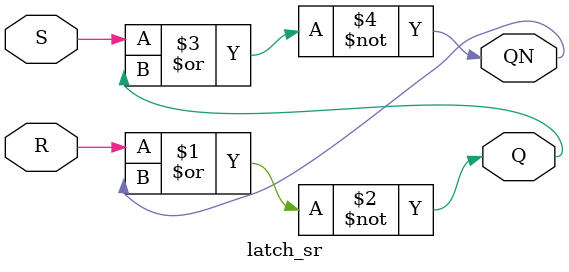
<source format=v>
`timescale 1ns/1ps

module TopLevel;
  reg S,R;
  wire Q,QN;
  latch_sr latch(S,R,Q,QN);

  initial begin
    S = 0; R = 0; #50
    $display("S = %b, R = %b, Q = %b, QN = %b \n",S,R,Q,QN);
    S = 0; R = 1; #50
    $display("S = %b, R = %b, Q = %b, QN = %b \n",S,R,Q,QN);
    S = 1; R = 0; #50
    $display("S = %b, R = %b, Q = %b, QN = %b \n",S,R,Q,QN);
    S = 1; R = 1; #50
    $display("S = %b, R = %b, Q = %b, QN = %b \n",S,R,Q,QN);
    $finish;
  end
endmodule

module latch_sr(S,R,Q,QN);
  input S,R;
  output Q, QN; wire Q,QN;
  
  assign #1 Q = ~(R | QN);
  assign #1 QN = ~(S | Q);
endmodule

</source>
